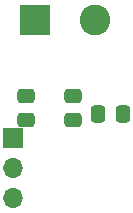
<source format=gbr>
%TF.GenerationSoftware,KiCad,Pcbnew,8.0.7*%
%TF.CreationDate,2024-12-17T11:32:19+05:30*%
%TF.ProjectId,SQR Wave Generator,53515220-5761-4766-9520-47656e657261,rev?*%
%TF.SameCoordinates,Original*%
%TF.FileFunction,Soldermask,Bot*%
%TF.FilePolarity,Negative*%
%FSLAX46Y46*%
G04 Gerber Fmt 4.6, Leading zero omitted, Abs format (unit mm)*
G04 Created by KiCad (PCBNEW 8.0.7) date 2024-12-17 11:32:19*
%MOMM*%
%LPD*%
G01*
G04 APERTURE LIST*
G04 Aperture macros list*
%AMRoundRect*
0 Rectangle with rounded corners*
0 $1 Rounding radius*
0 $2 $3 $4 $5 $6 $7 $8 $9 X,Y pos of 4 corners*
0 Add a 4 corners polygon primitive as box body*
4,1,4,$2,$3,$4,$5,$6,$7,$8,$9,$2,$3,0*
0 Add four circle primitives for the rounded corners*
1,1,$1+$1,$2,$3*
1,1,$1+$1,$4,$5*
1,1,$1+$1,$6,$7*
1,1,$1+$1,$8,$9*
0 Add four rect primitives between the rounded corners*
20,1,$1+$1,$2,$3,$4,$5,0*
20,1,$1+$1,$4,$5,$6,$7,0*
20,1,$1+$1,$6,$7,$8,$9,0*
20,1,$1+$1,$8,$9,$2,$3,0*%
G04 Aperture macros list end*
%ADD10RoundRect,0.250000X-0.337500X-0.475000X0.337500X-0.475000X0.337500X0.475000X-0.337500X0.475000X0*%
%ADD11R,1.700000X1.700000*%
%ADD12O,1.700000X1.700000*%
%ADD13RoundRect,0.250000X-0.475000X0.337500X-0.475000X-0.337500X0.475000X-0.337500X0.475000X0.337500X0*%
%ADD14R,2.600000X2.600000*%
%ADD15C,2.600000*%
G04 APERTURE END LIST*
D10*
%TO.C,C1*%
X219430600Y-53594000D03*
X221505600Y-53594000D03*
%TD*%
D11*
%TO.C,J2*%
X212217000Y-55575200D03*
D12*
X212217000Y-58115200D03*
X212217000Y-60655200D03*
%TD*%
D13*
%TO.C,C3*%
X213334600Y-52023100D03*
X213334600Y-54098100D03*
%TD*%
D14*
%TO.C,J1*%
X214096600Y-45593000D03*
D15*
X219176600Y-45593000D03*
%TD*%
D13*
%TO.C,C2*%
X217297000Y-52023100D03*
X217297000Y-54098100D03*
%TD*%
M02*

</source>
